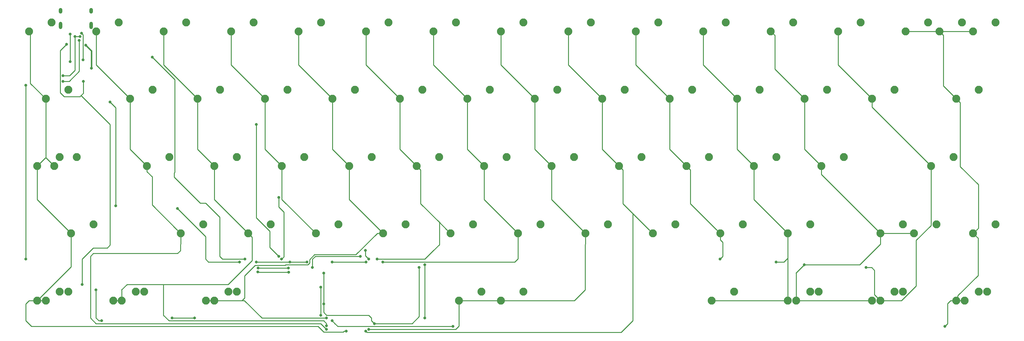
<source format=gbr>
G04 #@! TF.GenerationSoftware,KiCad,Pcbnew,(5.1.10)-1*
G04 #@! TF.CreationDate,2021-11-03T16:41:44+11:00*
G04 #@! TF.ProjectId,x60,7836302e-6b69-4636-9164-5f7063625858,rev?*
G04 #@! TF.SameCoordinates,Original*
G04 #@! TF.FileFunction,Copper,L1,Top*
G04 #@! TF.FilePolarity,Positive*
%FSLAX46Y46*%
G04 Gerber Fmt 4.6, Leading zero omitted, Abs format (unit mm)*
G04 Created by KiCad (PCBNEW (5.1.10)-1) date 2021-11-03 16:41:44*
%MOMM*%
%LPD*%
G01*
G04 APERTURE LIST*
G04 #@! TA.AperFunction,ComponentPad*
%ADD10C,2.250000*%
G04 #@! TD*
G04 #@! TA.AperFunction,ComponentPad*
%ADD11O,1.000000X2.100000*%
G04 #@! TD*
G04 #@! TA.AperFunction,ComponentPad*
%ADD12O,1.000000X1.600000*%
G04 #@! TD*
G04 #@! TA.AperFunction,ViaPad*
%ADD13C,0.800000*%
G04 #@! TD*
G04 #@! TA.AperFunction,Conductor*
%ADD14C,0.254000*%
G04 #@! TD*
G04 #@! TA.AperFunction,Conductor*
%ADD15C,0.381000*%
G04 #@! TD*
G04 APERTURE END LIST*
D10*
X91434400Y-123499400D03*
X85084400Y-126039400D03*
X110410900Y-123508900D03*
X104060900Y-126048900D03*
D11*
X102570900Y-124396400D03*
X93930900Y-124396400D03*
D12*
X93930900Y-120216400D03*
X102570900Y-120216400D03*
D10*
X212804650Y-199708900D03*
X206454650Y-202248900D03*
X224710900Y-199708900D03*
X218360900Y-202248900D03*
X172404650Y-180658900D03*
X166054650Y-183198900D03*
X191373400Y-180658900D03*
X185023400Y-183198900D03*
X93742150Y-199708900D03*
X87392150Y-202248900D03*
X353298400Y-199708900D03*
X346948400Y-202248900D03*
X308054650Y-199708900D03*
X301704650Y-202248900D03*
X305673400Y-199708900D03*
X299323400Y-202248900D03*
X143748400Y-199708900D03*
X137398400Y-202248900D03*
X115173400Y-199708900D03*
X108823400Y-202248900D03*
X96123400Y-199708900D03*
X89773400Y-202248900D03*
X331867150Y-180658900D03*
X325517150Y-183198900D03*
X93742150Y-161608900D03*
X87392150Y-164148900D03*
X339010900Y-123508900D03*
X332660900Y-126048900D03*
X355679650Y-199708900D03*
X349329650Y-202248900D03*
X331867150Y-199708900D03*
X325517150Y-202248900D03*
X329485900Y-199708900D03*
X323135900Y-202248900D03*
X284242150Y-199708900D03*
X277892150Y-202248900D03*
X141367150Y-199708900D03*
X135017150Y-202248900D03*
X117554650Y-199708900D03*
X111204650Y-202248900D03*
X358060900Y-180658900D03*
X351710900Y-183198900D03*
X341392150Y-180658900D03*
X335042150Y-183198900D03*
X305673400Y-180658900D03*
X299323400Y-183198900D03*
X286623400Y-180658900D03*
X280273400Y-183198900D03*
X267573400Y-180658900D03*
X261223400Y-183198900D03*
X248523400Y-180658900D03*
X242173400Y-183198900D03*
X229473400Y-180658900D03*
X223123400Y-183198900D03*
X210423400Y-180658900D03*
X204073400Y-183198900D03*
X153273400Y-180658900D03*
X146923400Y-183198900D03*
X134223400Y-180658900D03*
X127873400Y-183198900D03*
X103267150Y-180658900D03*
X96917150Y-183198900D03*
X346154650Y-161608900D03*
X339804650Y-164148900D03*
X315198400Y-161608900D03*
X308848400Y-164148900D03*
X296148400Y-161608900D03*
X289798400Y-164148900D03*
X277098400Y-161608900D03*
X270748400Y-164148900D03*
X258048400Y-161608900D03*
X251698400Y-164148900D03*
X238998400Y-161608900D03*
X232648400Y-164148900D03*
X219948400Y-161608900D03*
X213598400Y-164148900D03*
X200898400Y-161608900D03*
X194548400Y-164148900D03*
X181848400Y-161608900D03*
X175498400Y-164148900D03*
X162798400Y-161608900D03*
X156448400Y-164148900D03*
X143748400Y-161608900D03*
X137398400Y-164148900D03*
X124698400Y-161608900D03*
X118348400Y-164148900D03*
X98504650Y-161608900D03*
X92154650Y-164148900D03*
X353298400Y-142558900D03*
X346948400Y-145098900D03*
X329485900Y-142558900D03*
X323135900Y-145098900D03*
X310435900Y-142558900D03*
X304085900Y-145098900D03*
X291385900Y-142558900D03*
X285035900Y-145098900D03*
X272335900Y-142558900D03*
X265985900Y-145098900D03*
X253285900Y-142558900D03*
X246935900Y-145098900D03*
X234235900Y-142558900D03*
X227885900Y-145098900D03*
X215185900Y-142558900D03*
X208835900Y-145098900D03*
X196135900Y-142558900D03*
X189785900Y-145098900D03*
X177085900Y-142558900D03*
X170735900Y-145098900D03*
X158035900Y-142558900D03*
X151685900Y-145098900D03*
X138985900Y-142558900D03*
X132635900Y-145098900D03*
X119935900Y-142558900D03*
X113585900Y-145098900D03*
X96123400Y-142558900D03*
X89773400Y-145098900D03*
X358060900Y-123508900D03*
X351710900Y-126048900D03*
X348535900Y-123508900D03*
X342185900Y-126048900D03*
X319960900Y-123508900D03*
X313610900Y-126048900D03*
X300910900Y-123508900D03*
X294560900Y-126048900D03*
X281860900Y-123508900D03*
X275510900Y-126048900D03*
X262810900Y-123508900D03*
X256460900Y-126048900D03*
X243760900Y-123508900D03*
X237410900Y-126048900D03*
X224710900Y-123508900D03*
X218360900Y-126048900D03*
X205660900Y-123508900D03*
X199310900Y-126048900D03*
X186610900Y-123508900D03*
X180260900Y-126048900D03*
X167560900Y-123508900D03*
X161210900Y-126048900D03*
X148510900Y-123508900D03*
X142160900Y-126048900D03*
X129460900Y-123508900D03*
X123110900Y-126048900D03*
D13*
X178595900Y-189707650D03*
X165102150Y-192882650D03*
X95630900Y-129711400D03*
X100410900Y-140181400D03*
X131764650Y-207170150D03*
X125414650Y-207170150D03*
X105570900Y-207963900D03*
X103983400Y-199232650D03*
X100014650Y-197645150D03*
X168277150Y-203201400D03*
X180260400Y-191295150D03*
X170658400Y-191295150D03*
X168277150Y-194470150D03*
X182564650Y-208757650D03*
X163514650Y-191295150D03*
X158752150Y-191295150D03*
X149227150Y-191295150D03*
X144464650Y-191295150D03*
X107952150Y-146051400D03*
X109539650Y-175420150D03*
X127002150Y-176213900D03*
X195250200Y-192869100D03*
X146052150Y-190501400D03*
X119858400Y-133351400D03*
X156370900Y-190501400D03*
X155577150Y-173038900D03*
X155577150Y-189707650D03*
X149227150Y-152401400D03*
X167483400Y-198438900D03*
X167483400Y-206376400D03*
X101037399Y-129941400D03*
X102680900Y-136471400D03*
X174627150Y-210853640D03*
X169070900Y-210345150D03*
X169084966Y-209331081D03*
X180977150Y-190501400D03*
X180066208Y-188002958D03*
X169070900Y-207170150D03*
X183358400Y-190501400D03*
X184945900Y-191295150D03*
X180977150Y-210345150D03*
X180116081Y-210853640D03*
X280195900Y-190501400D03*
X296070900Y-191295150D03*
X304008400Y-192088900D03*
X321470900Y-192882650D03*
X170658400Y-207963900D03*
X204789650Y-209551400D03*
X343695900Y-209551400D03*
X99220900Y-128611400D03*
X94620900Y-140191400D03*
X158400900Y-194181400D03*
X149680900Y-194101400D03*
X84139650Y-190501400D03*
X84139650Y-141288900D03*
X98010900Y-127461400D03*
X99464901Y-127484861D03*
X94630900Y-138541400D03*
X158270900Y-193011400D03*
X149710900Y-193018400D03*
X196852150Y-192088900D03*
X196852150Y-207170150D03*
X96638124Y-126778517D03*
X96650900Y-134631400D03*
X99910400Y-126589578D03*
X100340900Y-134101400D03*
D14*
X165102150Y-190501400D02*
X165895900Y-189707650D01*
X165895900Y-189707650D02*
X178595900Y-189707650D01*
X165102150Y-192088900D02*
X165102150Y-190501400D01*
X165102150Y-192088900D02*
X165102150Y-192882650D01*
X95630900Y-129711400D02*
X94550900Y-130791400D01*
X93893899Y-131448401D02*
X93893899Y-143444399D01*
X94550900Y-130791400D02*
X93893899Y-131448401D01*
X93893899Y-143444399D02*
X94960900Y-144511400D01*
X94960900Y-144511400D02*
X98680900Y-144511400D01*
X100410900Y-140181400D02*
X100410900Y-143541400D01*
X99440900Y-144511400D02*
X98680900Y-144511400D01*
X100410900Y-143541400D02*
X99751525Y-144200775D01*
X99751525Y-144200775D02*
X99440900Y-144511400D01*
X131764650Y-207170150D02*
X125414650Y-207170150D01*
X105570900Y-207963900D02*
X104777150Y-207963900D01*
X104777150Y-207963900D02*
X103983400Y-207170150D01*
X103983400Y-207170150D02*
X103983400Y-199232650D01*
X103189650Y-187326400D02*
X100014650Y-190501400D01*
X100014650Y-190501400D02*
X100014650Y-197645150D01*
X107158400Y-187326400D02*
X103189650Y-187326400D01*
X107952150Y-186532650D02*
X107158400Y-187326400D01*
X107952150Y-152401400D02*
X107952150Y-186532650D01*
X99751525Y-144200775D02*
X107952150Y-152401400D01*
X180260400Y-191295150D02*
X170658400Y-191295150D01*
X168277150Y-194470150D02*
X168277150Y-203201400D01*
X168277150Y-203201400D02*
X168277150Y-205582650D01*
X168277150Y-205582650D02*
X169070900Y-206376400D01*
X169070900Y-206376400D02*
X180977150Y-206376400D01*
X180977150Y-206376400D02*
X181770900Y-207170150D01*
X182564650Y-208757650D02*
X181770900Y-207963900D01*
X181770900Y-207963900D02*
X181770900Y-207170150D01*
X163514650Y-191295150D02*
X158752150Y-191295150D01*
X158752150Y-191295150D02*
X149227150Y-191295150D01*
X144464650Y-191295150D02*
X135733400Y-191295150D01*
X135733400Y-191295150D02*
X134939650Y-190501400D01*
X133352150Y-182563900D02*
X134939650Y-184151400D01*
X134939650Y-190501400D02*
X134939650Y-184151400D01*
X109539650Y-147638900D02*
X109539650Y-175420150D01*
X107952150Y-146051400D02*
X109539650Y-147638900D01*
X133352150Y-182563900D02*
X127002150Y-176213900D01*
X193251400Y-208757650D02*
X189282900Y-208757650D01*
X195250200Y-206758850D02*
X193251400Y-208757650D01*
X195250200Y-192869100D02*
X195250200Y-206758850D01*
X189282900Y-208757650D02*
X189708400Y-208757650D01*
X182564650Y-208757650D02*
X189282900Y-208757650D01*
X146052150Y-190501400D02*
X139702150Y-190501400D01*
X139702150Y-190501400D02*
X138908400Y-189707650D01*
X138908400Y-189707650D02*
X138908400Y-178595150D01*
X138908400Y-178595150D02*
X134939650Y-174626400D01*
X133396938Y-174626400D02*
X126036399Y-167265861D01*
X134939650Y-174626400D02*
X133396938Y-174626400D01*
X126036399Y-167265861D02*
X126036399Y-166111939D01*
X126036399Y-166111939D02*
X126230794Y-165917544D01*
X126230794Y-165917544D02*
X126230794Y-139723794D01*
X126230794Y-139723794D02*
X119858400Y-133351400D01*
X157015401Y-189856899D02*
X157015401Y-177156899D01*
X156370900Y-190501400D02*
X157015401Y-189856899D01*
X157015401Y-177156899D02*
X155577150Y-175718648D01*
X155577150Y-175718648D02*
X155577150Y-173038900D01*
X153054301Y-182588763D02*
X149227150Y-178761612D01*
X155577150Y-189707650D02*
X153054301Y-187184801D01*
X153054301Y-187184801D02*
X153054301Y-182588763D01*
X149227150Y-178761612D02*
X149227150Y-169863900D01*
X149227150Y-169863900D02*
X149227150Y-152401400D01*
X167483400Y-206376400D02*
X167483400Y-198438900D01*
D15*
X101037399Y-129941400D02*
X102680900Y-131584901D01*
X102680900Y-131584901D02*
X102680900Y-136471400D01*
D14*
X89773400Y-145098900D02*
X89773400Y-161767650D01*
X89891525Y-161885775D02*
X92154650Y-164148900D01*
X89655275Y-161885775D02*
X89891525Y-161885775D01*
X89655275Y-161885775D02*
X87392150Y-164148900D01*
X89773400Y-161767650D02*
X89655275Y-161885775D01*
X87392150Y-173673900D02*
X96917150Y-183198900D01*
X87392150Y-164148900D02*
X87392150Y-173673900D01*
X96917150Y-192723900D02*
X87392150Y-202248900D01*
X96917150Y-183198900D02*
X96917150Y-192723900D01*
X87392150Y-202248900D02*
X89773400Y-202248900D01*
X85092150Y-202248900D02*
X87392150Y-202248900D01*
X84139650Y-203201400D02*
X85092150Y-202248900D01*
X84139650Y-207963900D02*
X84139650Y-203201400D01*
X174061465Y-210853640D02*
X173776205Y-211138900D01*
X174627150Y-210853640D02*
X174061465Y-210853640D01*
X173776205Y-211138900D02*
X168277150Y-211138900D01*
X168277150Y-211138900D02*
X166689650Y-209551400D01*
X166689650Y-209551400D02*
X85727150Y-209551400D01*
X85727150Y-209551400D02*
X84139650Y-207963900D01*
X85439500Y-140765000D02*
X85439500Y-126394500D01*
X85439500Y-126394500D02*
X85084400Y-126039400D01*
X85439500Y-140765000D02*
X89773400Y-145098900D01*
X104060900Y-135573900D02*
X113585900Y-145098900D01*
X104060900Y-126048900D02*
X104060900Y-135573900D01*
X113585900Y-159386400D02*
X118348400Y-164148900D01*
X113585900Y-145098900D02*
X113585900Y-159386400D01*
X126748401Y-182073901D02*
X127873400Y-183198900D01*
X119837499Y-175162999D02*
X126748401Y-182073901D01*
X119837499Y-167228989D02*
X119837499Y-175162999D01*
X118348400Y-165739890D02*
X119837499Y-167228989D01*
X118348400Y-164148900D02*
X118348400Y-165739890D01*
X127873400Y-184789890D02*
X127873400Y-183198900D01*
X127795900Y-186325362D02*
X127873400Y-186247862D01*
X169070900Y-210345150D02*
X167483400Y-208757650D01*
X127873400Y-186247862D02*
X127873400Y-184789890D01*
X167483400Y-208757650D02*
X103983400Y-208757650D01*
X103983400Y-208757650D02*
X102395900Y-207170150D01*
X102395900Y-207170150D02*
X102395900Y-189707650D01*
X127795900Y-188120150D02*
X127795900Y-186325362D01*
X102395900Y-189707650D02*
X103189650Y-188913900D01*
X127002150Y-188913900D02*
X127795900Y-188120150D01*
X103189650Y-188913900D02*
X127002150Y-188913900D01*
X123110900Y-135573900D02*
X132635900Y-145098900D01*
X123110900Y-126048900D02*
X123110900Y-135573900D01*
X132635900Y-159386400D02*
X137398400Y-164148900D01*
X132635900Y-145098900D02*
X132635900Y-159386400D01*
X137398400Y-173673900D02*
X146923400Y-183198900D01*
X137398400Y-164148900D02*
X137398400Y-173673900D01*
X111204650Y-199310150D02*
X111204650Y-202248900D01*
X148048399Y-184323899D02*
X148048399Y-190886401D01*
X146923400Y-183198900D02*
X148048399Y-184323899D01*
X148048399Y-190886401D02*
X141289650Y-197645150D01*
X112714650Y-197645150D02*
X111127150Y-199232650D01*
X111127150Y-199232650D02*
X111204650Y-199310150D01*
X108823400Y-202248900D02*
X111204650Y-202248900D01*
X169084966Y-208765396D02*
X168283470Y-207963900D01*
X169084966Y-209331081D02*
X169084966Y-208765396D01*
X168283470Y-207963900D02*
X124620900Y-207963900D01*
X124620900Y-207963900D02*
X123033400Y-206376400D01*
X123033400Y-206376400D02*
X123033400Y-197645150D01*
X141289650Y-197645150D02*
X123033400Y-197645150D01*
X123033400Y-197645150D02*
X112714650Y-197645150D01*
X142160900Y-135573900D02*
X151685900Y-145098900D01*
X142160900Y-126048900D02*
X142160900Y-135573900D01*
X151685900Y-159386400D02*
X156448400Y-164148900D01*
X151685900Y-145098900D02*
X151685900Y-159386400D01*
X156448400Y-173592650D02*
X166054650Y-183198900D01*
X156448400Y-164148900D02*
X156448400Y-173592650D01*
X180977150Y-190501400D02*
X180066208Y-189590458D01*
X180066208Y-189590458D02*
X180066208Y-188002958D01*
X161210900Y-135573900D02*
X170735900Y-145098900D01*
X161210900Y-126048900D02*
X161210900Y-135573900D01*
X170735900Y-159386400D02*
X175498400Y-164148900D01*
X170735900Y-145098900D02*
X170735900Y-159386400D01*
X175498400Y-173673900D02*
X185023400Y-183198900D01*
X175498400Y-164148900D02*
X175498400Y-173673900D01*
X137398400Y-202248900D02*
X135017150Y-202248900D01*
X145203400Y-202248900D02*
X137398400Y-202248900D01*
X150814650Y-207170150D02*
X169070900Y-207170150D01*
X145893400Y-202248900D02*
X150814650Y-207170150D01*
X145203400Y-202248900D02*
X145893400Y-202248900D01*
X183432410Y-183198900D02*
X185023400Y-183198900D01*
X165707843Y-189253640D02*
X177377670Y-189253640D01*
X164308400Y-190653083D02*
X165707843Y-189253640D01*
X164308400Y-191577362D02*
X164308400Y-190653083D01*
X177377670Y-189253640D02*
X183432410Y-183198900D01*
X163796862Y-192088900D02*
X164308400Y-191577362D01*
X157569650Y-192088900D02*
X163796862Y-192088900D01*
X148930900Y-192291400D02*
X157367150Y-192291400D01*
X145970900Y-195251400D02*
X148930900Y-192291400D01*
X145970900Y-201481400D02*
X145970900Y-195251400D01*
X157367150Y-192291400D02*
X157569650Y-192088900D01*
X145203400Y-202248900D02*
X145970900Y-201481400D01*
X180260900Y-135573900D02*
X189785900Y-145098900D01*
X180260900Y-126048900D02*
X180260900Y-135573900D01*
X189785900Y-159386400D02*
X194548400Y-164148900D01*
X189785900Y-145098900D02*
X189785900Y-159386400D01*
X202948401Y-182073901D02*
X204073400Y-183198900D01*
X195673399Y-165273899D02*
X195673399Y-174798899D01*
X194548400Y-164148900D02*
X195673399Y-165273899D01*
X200939025Y-180064525D02*
X200939025Y-186414525D01*
X200939025Y-180064525D02*
X202948401Y-182073901D01*
X195673399Y-174798899D02*
X200939025Y-180064525D01*
X200939025Y-186414525D02*
X199233400Y-188120150D01*
X199233400Y-188120150D02*
X196852150Y-190501400D01*
X196852150Y-190501400D02*
X183358400Y-190501400D01*
X199310900Y-135573900D02*
X208835900Y-145098900D01*
X199310900Y-126048900D02*
X199310900Y-135573900D01*
X208835900Y-159386400D02*
X213598400Y-164148900D01*
X208835900Y-145098900D02*
X208835900Y-159386400D01*
X213598400Y-173673900D02*
X223123400Y-183198900D01*
X213598400Y-164148900D02*
X213598400Y-173673900D01*
X184945900Y-191295150D02*
X222252150Y-191295150D01*
X223123400Y-190423900D02*
X223123400Y-183198900D01*
X222252150Y-191295150D02*
X223123400Y-190423900D01*
X206454650Y-202248900D02*
X218360900Y-202248900D01*
X218360900Y-202248900D02*
X239079650Y-202248900D01*
X239079650Y-202248900D02*
X242095900Y-199232650D01*
X242173400Y-184789890D02*
X242173400Y-183198900D01*
X242173400Y-186247862D02*
X242173400Y-184789890D01*
X242095900Y-186325362D02*
X242173400Y-186247862D01*
X242095900Y-199232650D02*
X242095900Y-186325362D01*
X232648400Y-173673900D02*
X232648400Y-164148900D01*
X242173400Y-183198900D02*
X232648400Y-173673900D01*
X227885900Y-159386400D02*
X227885900Y-145098900D01*
X232648400Y-164148900D02*
X227885900Y-159386400D01*
X218360900Y-135573900D02*
X218360900Y-126048900D01*
X227885900Y-145098900D02*
X218360900Y-135573900D01*
X180977150Y-210345150D02*
X205583400Y-210345150D01*
X206454650Y-209473900D02*
X206454650Y-202248900D01*
X205583400Y-210345150D02*
X206454650Y-209473900D01*
X237410900Y-135573900D02*
X246935900Y-145098900D01*
X237410900Y-126048900D02*
X237410900Y-135573900D01*
X246935900Y-159386400D02*
X251698400Y-164148900D01*
X246935900Y-145098900D02*
X246935900Y-159386400D01*
X260098401Y-182073901D02*
X261223400Y-183198900D01*
X252823399Y-165273899D02*
X252823399Y-174798899D01*
X251698400Y-164148900D02*
X252823399Y-165273899D01*
X255707775Y-177683275D02*
X260098401Y-182073901D01*
X255589650Y-177801400D02*
X255707775Y-177683275D01*
X252823399Y-174798899D02*
X255707775Y-177683275D01*
X180116081Y-210853640D02*
X180516080Y-211253639D01*
X180516080Y-211253639D02*
X252299911Y-211253639D01*
X252299911Y-211253639D02*
X255589650Y-207963900D01*
X255589650Y-207963900D02*
X255589650Y-177801400D01*
X256460900Y-135573900D02*
X265985900Y-145098900D01*
X256460900Y-126048900D02*
X256460900Y-135573900D01*
X265985900Y-159386400D02*
X270748400Y-164148900D01*
X265985900Y-145098900D02*
X265985900Y-159386400D01*
X279148401Y-182073901D02*
X280273400Y-183198900D01*
X271873399Y-174798899D02*
X279148401Y-182073901D01*
X271873399Y-165273899D02*
X271873399Y-174798899D01*
X270748400Y-164148900D02*
X271873399Y-165273899D01*
X280273400Y-185022650D02*
X280273400Y-183198900D01*
X280989650Y-185738900D02*
X280273400Y-185022650D01*
X280195900Y-190501400D02*
X280989650Y-189707650D01*
X280989650Y-189707650D02*
X280989650Y-185738900D01*
X275510900Y-135573900D02*
X285035900Y-145098900D01*
X275510900Y-126048900D02*
X275510900Y-135573900D01*
X285035900Y-159386400D02*
X289798400Y-164148900D01*
X285035900Y-145098900D02*
X285035900Y-159386400D01*
X289798400Y-173673900D02*
X300039650Y-183915150D01*
X289798400Y-164148900D02*
X289798400Y-173673900D01*
X300039650Y-183915150D02*
X299323400Y-183198900D01*
X297732410Y-202248900D02*
X277892150Y-202248900D01*
X299323400Y-202248900D02*
X297732410Y-202248900D01*
X298217900Y-191295150D02*
X299323400Y-190189650D01*
X296070900Y-191295150D02*
X298217900Y-191295150D01*
X299323400Y-190189650D02*
X299323400Y-202248900D01*
X299323400Y-183198900D02*
X299323400Y-190189650D01*
X302960901Y-143973901D02*
X304085900Y-145098900D01*
X295685899Y-136698899D02*
X302960901Y-143973901D01*
X295685899Y-127173899D02*
X295685899Y-136698899D01*
X294560900Y-126048900D02*
X295685899Y-127173899D01*
X304085900Y-159386400D02*
X308848400Y-164148900D01*
X304085900Y-145098900D02*
X304085900Y-159386400D01*
X308848400Y-166530150D02*
X325517150Y-183198900D01*
X308848400Y-164148900D02*
X308848400Y-166530150D01*
X325517150Y-183198900D02*
X335042150Y-183198900D01*
X325517150Y-186247862D02*
X319676112Y-192088900D01*
X325517150Y-183198900D02*
X325517150Y-186247862D01*
X319676112Y-192088900D02*
X304008400Y-192088900D01*
X304008400Y-192088900D02*
X301627150Y-194470150D01*
X301704650Y-194547650D02*
X301704650Y-202248900D01*
X301627150Y-194470150D02*
X301704650Y-194547650D01*
X301704650Y-202248900D02*
X323135900Y-202248900D01*
X313610900Y-135573900D02*
X323135900Y-145098900D01*
X313610900Y-126048900D02*
X313610900Y-135573900D01*
X323135900Y-147480150D02*
X339804650Y-164148900D01*
X323135900Y-145098900D02*
X323135900Y-147480150D01*
X327108140Y-202248900D02*
X325517150Y-202248900D01*
X331476112Y-202248900D02*
X327108140Y-202248900D01*
X335609151Y-198115861D02*
X331476112Y-202248900D01*
X335609151Y-185161939D02*
X335609151Y-198115861D01*
X339804650Y-180966440D02*
X335609151Y-185161939D01*
X339804650Y-164148900D02*
X339804650Y-180966440D01*
X323852150Y-200583900D02*
X325517150Y-202248900D01*
X323852150Y-193676400D02*
X323852150Y-200583900D01*
X321470900Y-192882650D02*
X323058400Y-192882650D01*
X323058400Y-192882650D02*
X323852150Y-193676400D01*
X342185900Y-126048900D02*
X351710900Y-126048900D01*
X332660900Y-126048900D02*
X342185900Y-126048900D01*
X345823401Y-143973901D02*
X346948400Y-145098900D01*
X343310899Y-141461399D02*
X345823401Y-143973901D01*
X343310899Y-127173899D02*
X343310899Y-141461399D01*
X342185900Y-126048900D02*
X343310899Y-127173899D01*
X352835899Y-182073901D02*
X351710900Y-183198900D01*
X353199999Y-181709801D02*
X352835899Y-182073901D01*
X353199999Y-169415287D02*
X353199999Y-181709801D01*
X348073399Y-164288687D02*
X353199999Y-169415287D01*
X348073399Y-146223899D02*
X348073399Y-164288687D01*
X346948400Y-145098900D02*
X348073399Y-146223899D01*
X353079301Y-195107933D02*
X347367084Y-200820150D01*
X351710900Y-183198900D02*
X353079301Y-184567301D01*
X353079301Y-184567301D02*
X353079301Y-195107933D01*
X347367084Y-201830216D02*
X346948400Y-202248900D01*
X347367084Y-200820150D02*
X347367084Y-201830216D01*
X346948400Y-202248900D02*
X349329650Y-202248900D01*
X170658400Y-207963900D02*
X171452150Y-208757650D01*
X171452150Y-208757650D02*
X172245900Y-209551400D01*
X172245900Y-209551400D02*
X190502150Y-209551400D01*
X190502150Y-209551400D02*
X204789650Y-209551400D01*
X345357410Y-202248900D02*
X346948400Y-202248900D01*
X344476399Y-203129911D02*
X345357410Y-202248900D01*
X344476399Y-205365861D02*
X344476399Y-203129911D01*
X344489650Y-205379112D02*
X344476399Y-205365861D01*
X344489650Y-208757650D02*
X344489650Y-205379112D01*
X343695900Y-209551400D02*
X344489650Y-208757650D01*
X99220900Y-128611400D02*
X99220900Y-137351400D01*
X99220900Y-137351400D02*
X96460900Y-140111400D01*
X96380900Y-140191400D02*
X94620900Y-140191400D01*
X96460900Y-140111400D02*
X96380900Y-140191400D01*
X149760900Y-194181400D02*
X149680900Y-194101400D01*
X158400900Y-194181400D02*
X149760900Y-194181400D01*
X84139650Y-190501400D02*
X84139650Y-141288900D01*
X98034361Y-127484861D02*
X98010900Y-127461400D01*
X99464901Y-127484861D02*
X98034361Y-127484861D01*
X98010900Y-127461400D02*
X98010900Y-137031400D01*
X96500900Y-138541400D02*
X94630900Y-138541400D01*
X98010900Y-137031400D02*
X96500900Y-138541400D01*
X149717900Y-193011400D02*
X149710900Y-193018400D01*
X158270900Y-193011400D02*
X149717900Y-193011400D01*
X196852150Y-192088900D02*
X196852150Y-207170150D01*
X96638124Y-134618624D02*
X96650900Y-134631400D01*
X96638124Y-126778517D02*
X96638124Y-134618624D01*
X100310399Y-126989577D02*
X100310399Y-134070899D01*
X99910400Y-126589578D02*
X100310399Y-126989577D01*
X100310399Y-134070899D02*
X100340900Y-134101400D01*
M02*

</source>
